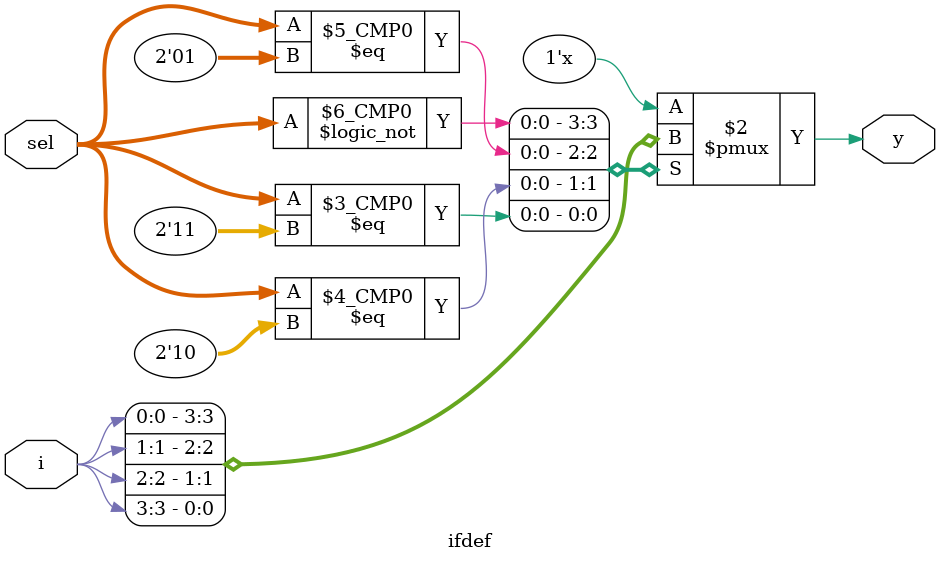
<source format=v>

`define behavioural

module ifdef(y,i,sel);

input [3:0] i;
input [1:0] sel;

`ifdef dataflow

output y;

`endif

`ifdef behavioural

output reg y;

`endif

`ifdef dataflow

assign y = ((~sel[1]&~sel[0]&i[0]) | (~sel[1]&sel[0]&i[1]) | (sel[1]&~sel[0]&i[2]) | (sel[1]&sel[0]&i[3]));

`else

`ifdef behavioural

always@*

begin
case(sel)
0 : y = i[0];
1 : y = i[1];
2 : y = i[2];
3 : y = i[3];
endcase
end

`endif

`endif

endmodule

</source>
